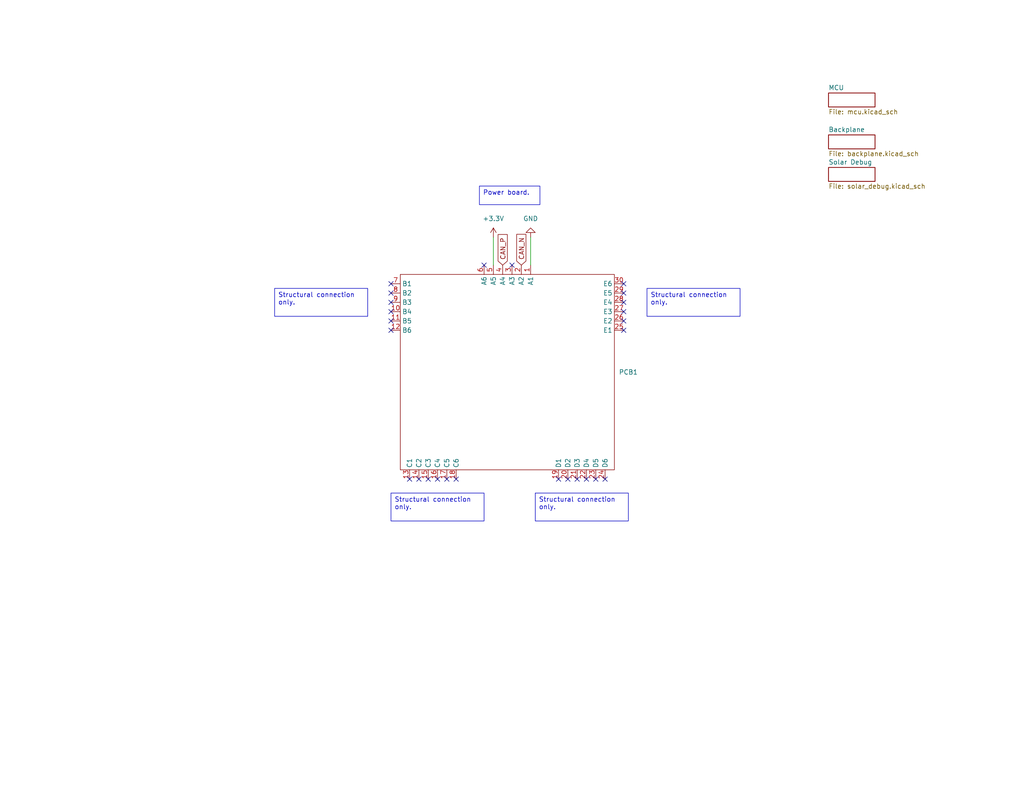
<source format=kicad_sch>
(kicad_sch (version 20230121) (generator eeschema)
  (paper "USLetter")
  (lib_symbols
    (symbol "TVSC:Core_PCB" (in_bom no)
      (property "Reference" "PCB" (at 0 0 0))
      (symbol "Core_PCB_0_1"
        (rectangle (start -29.21 26.67) (end 29.21 -26.67))
      )
      (symbol "Core_PCB_1_0"
        (pin passive line (at -31.75 16.51 0) (length 2.54) (name "B4") (number "10"))
        (pin passive line (at -31.75 13.97 0) (length 2.54) (name "B5") (number "11"))
        (pin passive line (at -31.75 11.43 0) (length 2.54) (name "B6") (number "12"))
        (pin passive line (at -26.67 -29.21 90) (length 2.54) (name "C1") (number "13"))
        (pin passive line (at -24.13 -29.21 90) (length 2.54) (name "C2") (number "14"))
        (pin passive line (at -21.59 -29.21 90) (length 2.54) (name "C3") (number "15"))
        (pin passive line (at -19.05 -29.21 90) (length 2.54) (name "C4") (number "16"))
        (pin passive line (at -16.51 -29.21 90) (length 2.54) (name "C5") (number "17"))
        (pin passive line (at -13.97 -29.21 90) (length 2.54) (name "C6") (number "18"))
        (pin passive line (at 13.97 -29.21 90) (length 2.54) (name "D1") (number "19"))
        (pin passive line (at 3.81 29.21 270) (length 2.54) (name "A2") (number "2"))
        (pin passive line (at 16.51 -29.21 90) (length 2.54) (name "D2") (number "20"))
        (pin passive line (at 19.05 -29.21 90) (length 2.54) (name "D3") (number "21"))
        (pin passive line (at 21.59 -29.21 90) (length 2.54) (name "D4") (number "22"))
        (pin passive line (at 24.13 -29.21 90) (length 2.54) (name "D5") (number "23"))
        (pin passive line (at 26.67 -29.21 90) (length 2.54) (name "D6") (number "24"))
        (pin passive line (at 31.75 11.43 180) (length 2.54) (name "E1") (number "25"))
        (pin passive line (at 31.75 13.97 180) (length 2.54) (name "E2") (number "26"))
        (pin passive line (at 31.75 16.51 180) (length 2.54) (name "E3") (number "27"))
        (pin passive line (at 31.75 19.05 180) (length 2.54) (name "E4") (number "28"))
        (pin passive line (at 31.75 21.59 180) (length 2.54) (name "E5") (number "29"))
        (pin passive line (at 1.27 29.21 270) (length 2.54) (name "A3") (number "3"))
        (pin passive line (at 31.75 24.13 180) (length 2.54) (name "E6") (number "30"))
        (pin passive line (at -1.27 29.21 270) (length 2.54) (name "A4") (number "4"))
        (pin passive line (at -3.81 29.21 270) (length 2.54) (name "A5") (number "5"))
        (pin passive line (at -6.35 29.21 270) (length 2.54) (name "A6") (number "6"))
        (pin passive line (at -31.75 24.13 0) (length 2.54) (name "B1") (number "7"))
        (pin passive line (at -31.75 21.59 0) (length 2.54) (name "B2") (number "8"))
        (pin passive line (at -31.75 19.05 0) (length 2.54) (name "B3") (number "9"))
      )
      (symbol "Core_PCB_1_1"
        (pin passive line (at 6.35 29.21 270) (length 2.54) (name "A1") (number "1"))
      )
    )
    (symbol "power:+3.3V" (power) (pin_names (offset 0))
      (property "Value" "+3.3V" (at 0 3.556 0))
      (symbol "+3.3V_0_1"
        (polyline (pts (xy -0.762 1.27) (xy 0 2.54)))
        (polyline (pts (xy 0 0) (xy 0 2.54)))
        (polyline (pts (xy 0 2.54) (xy 0.762 1.27)))
      )
      (symbol "+3.3V_1_1"
        (pin power_in line (at 0 0 90) (length 0) hide (name "+3.3V") (number "1"))
      )
    )
    (symbol "power:GND" (power) (pin_names (offset 0))
      (property "Value" "GND" (at 0 -3.81 0))
      (symbol "GND_0_1"
        (polyline (pts (xy 0 0) (xy 0 -1.27) (xy 1.27 -1.27) (xy 0 -2.54) (xy -1.27 -1.27) (xy 0 -1.27)))
      )
      (symbol "GND_1_1"
        (pin power_in line (at 0 0 270) (length 0) hide (name "GND") (number "1"))
      )
    )
  )
  (no_connect (at 106.68 80.01))
  (no_connect (at 114.3 130.81))
  (no_connect (at 124.46 130.81))
  (no_connect (at 154.94 130.81))
  (no_connect (at 106.68 82.55))
  (no_connect (at 160.02 130.81))
  (no_connect (at 162.56 130.81))
  (no_connect (at 106.68 87.63))
  (no_connect (at 170.18 90.17))
  (no_connect (at 106.68 77.47))
  (no_connect (at 111.76 130.81))
  (no_connect (at 170.18 77.47))
  (no_connect (at 119.38 130.81))
  (no_connect (at 170.18 85.09))
  (no_connect (at 157.48 130.81))
  (no_connect (at 106.68 90.17))
  (no_connect (at 170.18 87.63))
  (no_connect (at 170.18 80.01))
  (no_connect (at 170.18 82.55))
  (no_connect (at 139.7 72.39))
  (no_connect (at 165.1 130.81))
  (no_connect (at 116.84 130.81))
  (no_connect (at 121.92 130.81))
  (no_connect (at 152.4 130.81))
  (no_connect (at 106.68 85.09))
  (no_connect (at 132.08 72.39))
  (wire (pts (xy 134.62 64.77) (xy 134.62 72.39)))
  (wire (pts (xy 144.78 64.77) (xy 144.78 72.39)))
  (text_box "Structural connection only." (at 146.05 134.62 0) (size 25.4 7.62) (effects (font (size 1.27 1.27)) (justify left top)))
  (text_box "Structural connection only." (at 74.93 78.74 0) (size 25.4 7.62) (effects (font (size 1.27 1.27)) (justify left top)))
  (text_box "Structural connection only." (at 176.53 78.74 0) (size 25.4 7.62) (effects (font (size 1.27 1.27)) (justify left top)))
  (text_box "Structural connection only." (at 106.68 134.62 0) (size 25.4 7.62) (effects (font (size 1.27 1.27)) (justify left top)))
  (text_box "Power board." (at 130.81 50.8 0) (size 16.51 5.08) (effects (font (size 1.27 1.27)) (justify left top)))
  (global_label "CAN_P" (shape input) (at 137.16 72.39 90) (property "Intersheetrefs" "${INTERSHEET_REFS}" (effects hide)))
  (global_label "CAN_N" (shape input) (at 142.24 72.39 90) (property "Intersheetrefs" "${INTERSHEET_REFS}" (effects hide)))
  (symbol (lib_id "power:+3.3V") (at 134.62 64.77 0) (unit 1)
    (property "Reference" "#PWR03" (effects hide))
    (property "Value" "+3.3V" (at 134.62 59.69 0))
  )
  (symbol (lib_id "power:GND") (at 144.78 64.77 180) (unit 1)
    (property "Reference" "#PWR01" (effects hide))
    (property "Value" "GND" (at 144.78 59.69 0))
  )
  (symbol (lib_id "TVSC:Core_PCB") (at 138.43 101.6 0) (unit 1) (in_bom no)
    (property "Reference" "PCB1" (at 171.45 101.6 0))
    (property "Footprint" "footprints:Core_Board_PCB_Shape" (effects hide))
  )
  (sheet (at 226.06 36.83) (size 12.7 3.81) (stroke (width 0.1524))
    (property "Sheetname" "Backplane" (at 226.06 36.1184 0) (effects (justify left bottom)))
    (property "Sheetfile" "backplane.kicad_sch" (at 226.06 41.2246 0) (effects (justify left top)))
  )
  (sheet (at 226.06 25.4) (size 12.7 3.81) (stroke (width 0.1524))
    (property "Sheetname" "MCU" (at 226.06 24.6884 0) (effects (justify left bottom)))
    (property "Sheetfile" "mcu.kicad_sch" (at 226.06 29.7946 0) (effects (justify left top)))
  )
  (sheet (at 226.06 45.72) (size 12.7 3.81) (stroke (width 0.1524))
    (property "Sheetname" "Solar Debug" (at 226.06 45.0084 0) (effects (justify left bottom)))
    (property "Sheetfile" "solar_debug.kicad_sch" (at 226.06 50.1146 0) (effects (justify left top)))
  )
)
</source>
